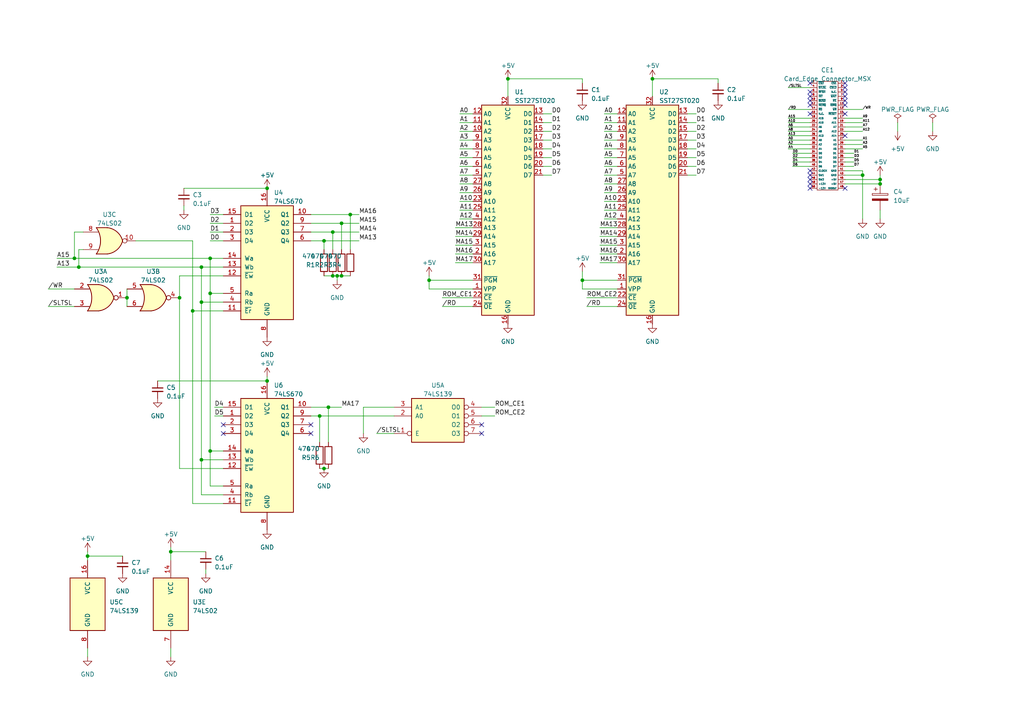
<source format=kicad_sch>
(kicad_sch (version 20230121) (generator eeschema)
  (paper "A4")
  (title_block (title "4M Mega Rom Card (KONAMI type)") (date "2023-03-28") (rev "1.1") (company "SEC") (comment 1 "Designed by supers02 착한영구"))
  (lib_symbols
    (symbol "74xx:74LS02" (pin_names (offset 1.016))
      (property "Reference" "U" (at 0 1.27 0))
      (property "Value" "74LS02" (at 0 -1.27 0))
      (symbol "74LS02_1_1"
        (arc (start -3.81 -3.81) (mid -2.589 0) (end -3.81 3.81) (stroke (width 0.254)))
        (arc (start -0.6096 -3.81) (mid 2.1842 -2.5851) (end 3.81 0) (stroke (width 0.254)) (fill (type background)))
        (polyline (pts (xy -3.81 -3.81) (xy -0.635 -3.81)) (stroke (width 0.254)) (fill (type background)))
        (polyline (pts (xy -3.81 3.81) (xy -0.635 3.81)) (stroke (width 0.254)) (fill (type background)))
        (polyline (pts (xy -0.635 3.81) (xy -3.81 3.81) (xy -3.81 3.81) (xy -3.556 3.4036) (xy -3.0226 2.2606) (xy -2.6924 1.0414) (xy -2.6162 -0.254) (xy -2.7686 -1.4986) (xy -3.175 -2.7178) (xy -3.81 -3.81) (xy -3.81 -3.81) (xy -0.635 -3.81)) (stroke (width -25.4)) (fill (type background)))
        (arc (start 3.81 0) (mid 2.1915 2.5936) (end -0.6096 3.81) (stroke (width 0.254)) (fill (type background)))
        (pin output inverted (at 7.62 0 180) (length 3.81) (name "~") (number "1"))
        (pin input line (at -7.62 2.54 0) (length 4.318) (name "~") (number "2"))
        (pin input line (at -7.62 -2.54 0) (length 4.318) (name "~") (number "3"))
      )
      (symbol "74LS02_1_2"
        (arc (start 0 -3.81) (mid 3.7934 0) (end 0 3.81) (stroke (width 0.254)) (fill (type background)))
        (polyline (pts (xy 0 3.81) (xy -3.81 3.81) (xy -3.81 -3.81) (xy 0 -3.81)) (stroke (width 0.254)) (fill (type background)))
        (pin output line (at 7.62 0 180) (length 3.81) (name "~") (number "1"))
        (pin input inverted (at -7.62 2.54 0) (length 3.81) (name "~") (number "2"))
        (pin input inverted (at -7.62 -2.54 0) (length 3.81) (name "~") (number "3"))
      )
      (symbol "74LS02_2_1"
        (arc (start -3.81 -3.81) (mid -2.589 0) (end -3.81 3.81) (stroke (width 0.254)))
        (arc (start -0.6096 -3.81) (mid 2.1842 -2.5851) (end 3.81 0) (stroke (width 0.254)) (fill (type background)))
        (polyline (pts (xy -3.81 -3.81) (xy -0.635 -3.81)) (stroke (width 0.254)) (fill (type background)))
        (polyline (pts (xy -3.81 3.81) (xy -0.635 3.81)) (stroke (width 0.254)) (fill (type background)))
        (polyline (pts (xy -0.635 3.81) (xy -3.81 3.81) (xy -3.81 3.81) (xy -3.556 3.4036) (xy -3.0226 2.2606) (xy -2.6924 1.0414) (xy -2.6162 -0.254) (xy -2.7686 -1.4986) (xy -3.175 -2.7178) (xy -3.81 -3.81) (xy -3.81 -3.81) (xy -0.635 -3.81)) (stroke (width -25.4)) (fill (type background)))
        (arc (start 3.81 0) (mid 2.1915 2.5936) (end -0.6096 3.81) (stroke (width 0.254)) (fill (type background)))
        (pin output inverted (at 7.62 0 180) (length 3.81) (name "~") (number "4"))
        (pin input line (at -7.62 2.54 0) (length 4.318) (name "~") (number "5"))
        (pin input line (at -7.62 -2.54 0) (length 4.318) (name "~") (number "6"))
      )
      (symbol "74LS02_2_2"
        (arc (start 0 -3.81) (mid 3.7934 0) (end 0 3.81) (stroke (width 0.254)) (fill (type background)))
        (polyline (pts (xy 0 3.81) (xy -3.81 3.81) (xy -3.81 -3.81) (xy 0 -3.81)) (stroke (width 0.254)) (fill (type background)))
        (pin output line (at 7.62 0 180) (length 3.81) (name "~") (number "4"))
        (pin input inverted (at -7.62 2.54 0) (length 3.81) (name "~") (number "5"))
        (pin input inverted (at -7.62 -2.54 0) (length 3.81) (name "~") (number "6"))
      )
      (symbol "74LS02_3_1"
        (arc (start -3.81 -3.81) (mid -2.589 0) (end -3.81 3.81) (stroke (width 0.254)))
        (arc (start -0.6096 -3.81) (mid 2.1842 -2.5851) (end 3.81 0) (stroke (width 0.254)) (fill (type background)))
        (polyline (pts (xy -3.81 -3.81) (xy -0.635 -3.81)) (stroke (width 0.254)) (fill (type background)))
        (polyline (pts (xy -3.81 3.81) (xy -0.635 3.81)) (stroke (width 0.254)) (fill (type background)))
        (polyline (pts (xy -0.635 3.81) (xy -3.81 3.81) (xy -3.81 3.81) (xy -3.556 3.4036) (xy -3.0226 2.2606) (xy -2.6924 1.0414) (xy -2.6162 -0.254) (xy -2.7686 -1.4986) (xy -3.175 -2.7178) (xy -3.81 -3.81) (xy -3.81 -3.81) (xy -0.635 -3.81)) (stroke (width -25.4)) (fill (type background)))
        (arc (start 3.81 0) (mid 2.1915 2.5936) (end -0.6096 3.81) (stroke (width 0.254)) (fill (type background)))
        (pin output inverted (at 7.62 0 180) (length 3.81) (name "~") (number "10"))
        (pin input line (at -7.62 2.54 0) (length 4.318) (name "~") (number "8"))
        (pin input line (at -7.62 -2.54 0) (length 4.318) (name "~") (number "9"))
      )
      (symbol "74LS02_3_2"
        (arc (start 0 -3.81) (mid 3.7934 0) (end 0 3.81) (stroke (width 0.254)) (fill (type background)))
        (polyline (pts (xy 0 3.81) (xy -3.81 3.81) (xy -3.81 -3.81) (xy 0 -3.81)) (stroke (width 0.254)) (fill (type background)))
        (pin output line (at 7.62 0 180) (length 3.81) (name "~") (number "10"))
        (pin input inverted (at -7.62 2.54 0) (length 3.81) (name "~") (number "8"))
        (pin input inverted (at -7.62 -2.54 0) (length 3.81) (name "~") (number "9"))
      )
      (symbol "74LS02_4_1"
        (arc (start -3.81 -3.81) (mid -2.589 0) (end -3.81 3.81) (stroke (width 0.254)))
        (arc (start -0.6096 -3.81) (mid 2.1842 -2.5851) (end 3.81 0) (stroke (width 0.254)) (fill (type background)))
        (polyline (pts (xy -3.81 -3.81) (xy -0.635 -3.81)) (stroke (width 0.254)) (fill (type background)))
        (polyline (pts (xy -3.81 3.81) (xy -0.635 3.81)) (stroke (width 0.254)) (fill (type background)))
        (polyline (pts (xy -0.635 3.81) (xy -3.81 3.81) (xy -3.81 3.81) (xy -3.556 3.4036) (xy -3.0226 2.2606) (xy -2.6924 1.0414) (xy -2.6162 -0.254) (xy -2.7686 -1.4986) (xy -3.175 -2.7178) (xy -3.81 -3.81) (xy -3.81 -3.81) (xy -0.635 -3.81)) (stroke (width -25.4)) (fill (type background)))
        (arc (start 3.81 0) (mid 2.1915 2.5936) (end -0.6096 3.81) (stroke (width 0.254)) (fill (type background)))
        (pin input line (at -7.62 2.54 0) (length 4.318) (name "~") (number "11"))
        (pin input line (at -7.62 -2.54 0) (length 4.318) (name "~") (number "12"))
        (pin output inverted (at 7.62 0 180) (length 3.81) (name "~") (number "13"))
      )
      (symbol "74LS02_4_2"
        (arc (start 0 -3.81) (mid 3.7934 0) (end 0 3.81) (stroke (width 0.254)) (fill (type background)))
        (polyline (pts (xy 0 3.81) (xy -3.81 3.81) (xy -3.81 -3.81) (xy 0 -3.81)) (stroke (width 0.254)) (fill (type background)))
        (pin input inverted (at -7.62 2.54 0) (length 3.81) (name "~") (number "11"))
        (pin input inverted (at -7.62 -2.54 0) (length 3.81) (name "~") (number "12"))
        (pin output line (at 7.62 0 180) (length 3.81) (name "~") (number "13"))
      )
      (symbol "74LS02_5_0"
        (pin power_in line (at 0 12.7 270) (length 5.08) (name "VCC") (number "14"))
        (pin power_in line (at 0 -12.7 90) (length 5.08) (name "GND") (number "7"))
      )
      (symbol "74LS02_5_1"
        (rectangle (start -5.08 7.62) (end 5.08 -7.62) (stroke (width 0.254)) (fill (type background)))
      )
    )
    (symbol "74xx:74LS139" (pin_names (offset 1.016))
      (property "Reference" "U" (at -7.62 8.89 0))
      (property "Value" "74LS139" (at -7.62 -8.89 0))
      (symbol "74LS139_1_0"
        (pin input inverted (at -12.7 -5.08 0) (length 5.08) (name "E") (number "1"))
        (pin input line (at -12.7 0 0) (length 5.08) (name "A0") (number "2"))
        (pin input line (at -12.7 2.54 0) (length 5.08) (name "A1") (number "3"))
        (pin output inverted (at 12.7 2.54 180) (length 5.08) (name "O0") (number "4"))
        (pin output inverted (at 12.7 0 180) (length 5.08) (name "O1") (number "5"))
        (pin output inverted (at 12.7 -2.54 180) (length 5.08) (name "O2") (number "6"))
        (pin output inverted (at 12.7 -5.08 180) (length 5.08) (name "O3") (number "7"))
      )
      (symbol "74LS139_1_1"
        (rectangle (start -7.62 5.08) (end 7.62 -7.62) (stroke (width 0.254)) (fill (type background)))
      )
      (symbol "74LS139_2_0"
        (pin output inverted (at 12.7 -2.54 180) (length 5.08) (name "O2") (number "10"))
        (pin output inverted (at 12.7 0 180) (length 5.08) (name "O1") (number "11"))
        (pin output inverted (at 12.7 2.54 180) (length 5.08) (name "O0") (number "12"))
        (pin input line (at -12.7 2.54 0) (length 5.08) (name "A1") (number "13"))
        (pin input line (at -12.7 0 0) (length 5.08) (name "A0") (number "14"))
        (pin input inverted (at -12.7 -5.08 0) (length 5.08) (name "E") (number "15"))
        (pin output inverted (at 12.7 -5.08 180) (length 5.08) (name "O3") (number "9"))
      )
      (symbol "74LS139_2_1"
        (rectangle (start -7.62 5.08) (end 7.62 -7.62) (stroke (width 0.254)) (fill (type background)))
      )
      (symbol "74LS139_3_0"
        (pin power_in line (at 0 12.7 270) (length 5.08) (name "VCC") (number "16"))
        (pin power_in line (at 0 -12.7 90) (length 5.08) (name "GND") (number "8"))
      )
      (symbol "74LS139_3_1"
        (rectangle (start -5.08 7.62) (end 5.08 -7.62) (stroke (width 0.254)) (fill (type background)))
      )
    )
    (symbol "74xx:74LS670" (pin_names (offset 1.016))
      (property "Reference" "U" (at -7.62 16.51 0))
      (property "Value" "74LS670" (at -7.62 -19.05 0))
      (symbol "74LS670_1_0"
        (pin input line (at -12.7 10.16 0) (length 5.08) (name "D2") (number "1"))
        (pin tri_state line (at 12.7 12.7 180) (length 5.08) (name "Q1") (number "10"))
        (pin input line (at -12.7 -15.24 0) (length 5.08) (name "~{Er}") (number "11"))
        (pin input line (at -12.7 -5.08 0) (length 5.08) (name "~{Ew}") (number "12"))
        (pin input line (at -12.7 -2.54 0) (length 5.08) (name "Wb") (number "13"))
        (pin input line (at -12.7 0 0) (length 5.08) (name "Wa") (number "14"))
        (pin input line (at -12.7 12.7 0) (length 5.08) (name "D1") (number "15"))
        (pin power_in line (at 0 20.32 270) (length 5.08) (name "VCC") (number "16"))
        (pin input line (at -12.7 7.62 0) (length 5.08) (name "D3") (number "2"))
        (pin input line (at -12.7 5.08 0) (length 5.08) (name "D4") (number "3"))
        (pin input line (at -12.7 -12.7 0) (length 5.08) (name "Rb") (number "4"))
        (pin input line (at -12.7 -10.16 0) (length 5.08) (name "Ra") (number "5"))
        (pin tri_state line (at 12.7 5.08 180) (length 5.08) (name "Q4") (number "6"))
        (pin tri_state line (at 12.7 7.62 180) (length 5.08) (name "Q3") (number "7"))
        (pin power_in line (at 0 -22.86 90) (length 5.08) (name "GND") (number "8"))
        (pin tri_state line (at 12.7 10.16 180) (length 5.08) (name "Q2") (number "9"))
      )
      (symbol "74LS670_1_1"
        (rectangle (start -7.62 15.24) (end 7.62 -17.78) (stroke (width 0.254)) (fill (type background)))
      )
    )
    (symbol "Device:C_Polarized" (pin_numbers hide) (pin_names (offset 0.254))
      (property "Reference" "C" (at 0.635 2.54 0))
      (property "Value" "C_Polarized" (at 0.635 -2.54 0))
      (symbol "C_Polarized_0_1"
        (rectangle (start -2.286 0.508) (end 2.286 1.016))
        (polyline (pts (xy -1.778 2.286) (xy -0.762 2.286)))
        (polyline (pts (xy -1.27 2.794) (xy -1.27 1.778)))
        (rectangle (start 2.286 -0.508) (end -2.286 -1.016) (fill (type outline)))
      )
      (symbol "C_Polarized_1_1"
        (pin passive line (at 0 3.81 270) (length 2.794) (name "~") (number "1"))
        (pin passive line (at 0 -3.81 90) (length 2.794) (name "~") (number "2"))
      )
    )
    (symbol "Device:C_Small" (pin_numbers hide) (pin_names (offset 0.254) hide)
      (property "Reference" "C" (at 0.254 1.778 0))
      (property "Value" "C_Small" (at 0.254 -2.032 0))
      (symbol "C_Small_0_1"
        (polyline (pts (xy -1.524 -0.508) (xy 1.524 -0.508)) (stroke (width 0.3302)))
        (polyline (pts (xy -1.524 0.508) (xy 1.524 0.508)) (stroke (width 0.3048)))
      )
      (symbol "C_Small_1_1"
        (pin passive line (at 0 2.54 270) (length 2.032) (name "~") (number "1"))
        (pin passive line (at 0 -2.54 90) (length 2.032) (name "~") (number "2"))
      )
    )
    (symbol "Device:R" (pin_numbers hide) (pin_names (offset 0))
      (property "Reference" "R" (at 2.032 0 90))
      (property "Value" "R" (at 0 0 90))
      (symbol "R_0_1"
        (rectangle (start -1.016 -2.54) (end 1.016 2.54) (stroke (width 0.254)))
      )
      (symbol "R_1_1"
        (pin passive line (at 0 3.81 270) (length 1.27) (name "~") (number "1"))
        (pin passive line (at 0 -3.81 90) (length 1.27) (name "~") (number "2"))
      )
    )
    (symbol "Memory_Flash_Custom:SST27ST020"
      (property "Reference" "U" (at -7.62 31.75 0))
      (property "Value" "SST27ST020" (at 2.54 -31.75 0))
      (symbol "SST27ST020_1_1"
        (rectangle (start -7.62 30.48) (end 7.62 -30.48) (stroke (width 0.254)) (fill (type background)))
        (pin input line (at -10.16 -22.86 0) (length 2.54) (name "VPP") (number "1"))
        (pin input line (at -10.16 22.86 0) (length 2.54) (name "A2") (number "10"))
        (pin input line (at -10.16 25.4 0) (length 2.54) (name "A1") (number "11"))
        (pin input line (at -10.16 27.94 0) (length 2.54) (name "A0") (number "12"))
        (pin tri_state line (at 10.16 27.94 180) (length 2.54) (name "D0") (number "13"))
        (pin tri_state line (at 10.16 25.4 180) (length 2.54) (name "D1") (number "14"))
        (pin tri_state line (at 10.16 22.86 180) (length 2.54) (name "D2") (number "15"))
        (pin power_in line (at 0 -33.02 90) (length 2.54) (name "GND") (number "16"))
        (pin tri_state line (at 10.16 20.32 180) (length 2.54) (name "D3") (number "17"))
        (pin tri_state line (at 10.16 17.78 180) (length 2.54) (name "D4") (number "18"))
        (pin tri_state line (at 10.16 15.24 180) (length 2.54) (name "D5") (number "19"))
        (pin input line (at -10.16 -12.7 0) (length 2.54) (name "A16") (number "2"))
        (pin tri_state line (at 10.16 12.7 180) (length 2.54) (name "D6") (number "20"))
        (pin tri_state line (at 10.16 10.16 180) (length 2.54) (name "D7") (number "21"))
        (pin input line (at -10.16 -25.4 0) (length 2.54) (name "~{CE}") (number "22"))
        (pin input line (at -10.16 2.54 0) (length 2.54) (name "A10") (number "23"))
        (pin input line (at -10.16 -27.94 0) (length 2.54) (name "~{OE}") (number "24"))
        (pin input line (at -10.16 0 0) (length 2.54) (name "A11") (number "25"))
        (pin input line (at -10.16 5.08 0) (length 2.54) (name "A9") (number "26"))
        (pin input line (at -10.16 7.62 0) (length 2.54) (name "A8") (number "27"))
        (pin input line (at -10.16 -5.08 0) (length 2.54) (name "A13") (number "28"))
        (pin input line (at -10.16 -7.62 0) (length 2.54) (name "A14") (number "29"))
        (pin input line (at -10.16 -10.16 0) (length 2.54) (name "A15") (number "3"))
        (pin input line (at -10.16 -15.24 0) (length 2.54) (name "A17") (number "30"))
        (pin input line (at -10.16 -20.32 0) (length 2.54) (name "~{PGM}") (number "31"))
        (pin power_in line (at 0 33.02 270) (length 2.54) (name "VCC") (number "32"))
        (pin input line (at -10.16 -2.54 0) (length 2.54) (name "A12") (number "4"))
        (pin input line (at -10.16 10.16 0) (length 2.54) (name "A7") (number "5"))
        (pin input line (at -10.16 12.7 0) (length 2.54) (name "A6") (number "6"))
        (pin input line (at -10.16 15.24 0) (length 2.54) (name "A5") (number "7"))
        (pin input line (at -10.16 17.78 0) (length 2.54) (name "A4") (number "8"))
        (pin input line (at -10.16 20.32 0) (length 2.54) (name "A3") (number "9"))
      )
    )
    (symbol "card_edge_connector_msx:Card_Edge_Connector_MSX" (pin_names (offset 0.381))
      (property "Reference" "CE" (at 0 20.32 0))
      (property "Value" "Card_Edge_Connector_MSX" (at 0 -15.24 0))
      (symbol "Card_Edge_Connector_MSX_0_1"
        (rectangle (start -3.048 -13.208) (end 3.048 18.288))
      )
      (symbol "Card_Edge_Connector_MSX_1_1"
        (pin unspecified line (at 5.08 17.78 180) (length 2.0066) (name "~{CS1}") (number "1"))
        (pin unspecified line (at -5.08 12.7 0) (length 2.0066) (name "~{BUSD}") (number "10"))
        (pin input line (at 5.08 11.43 180) (length 2.0066) (name "~{IORQ}") (number "11"))
        (pin unspecified line (at -5.08 11.43 0) (length 2.0066) (name "~{MERQ}") (number "12"))
        (pin output line (at 5.08 10.16 180) (length 2.0066) (name "~{WR}") (number "13"))
        (pin output line (at -5.08 10.16 0) (length 2.0066) (name "~{RD}") (number "14"))
        (pin input line (at 5.08 8.89 180) (length 2.0066) (name "~{RESET}") (number "15"))
        (pin unspecified line (at -5.08 8.89 0) (length 2.0066) (name "N.C.") (number "16"))
        (pin output line (at 5.08 7.62 180) (length 2.0066) (name "A9") (number "17"))
        (pin output line (at -5.08 7.62 0) (length 2.0066) (name "A15") (number "18"))
        (pin output line (at 5.08 6.35 180) (length 2.0066) (name "A11") (number "19"))
        (pin unspecified line (at -5.08 17.78 0) (length 2.0066) (name "~{CS2}") (number "2"))
        (pin output line (at -5.08 6.35 0) (length 2.0066) (name "A10") (number "20"))
        (pin output line (at 5.08 5.08 180) (length 2.0066) (name "A7") (number "21"))
        (pin output line (at -5.08 5.08 0) (length 2.0066) (name "A6") (number "22"))
        (pin output line (at 5.08 3.81 180) (length 2.0066) (name "A12") (number "23"))
        (pin output line (at -5.08 3.81 0) (length 2.0066) (name "A8") (number "24"))
        (pin output line (at 5.08 2.54 180) (length 2.0066) (name "A14") (number "25"))
        (pin output line (at -5.08 2.54 0) (length 2.0066) (name "A13") (number "26"))
        (pin output line (at 5.08 1.27 180) (length 2.0066) (name "A1") (number "27"))
        (pin output line (at -5.08 1.27 0) (length 2.0066) (name "A0") (number "28"))
        (pin output line (at 5.08 0 180) (length 2.0066) (name "A3") (number "29"))
        (pin unspecified line (at 5.08 16.51 180) (length 2.0066) (name "~{CS12}") (number "3"))
        (pin output line (at -5.08 0 0) (length 2.0066) (name "A2") (number "30"))
        (pin output line (at 5.08 -1.27 180) (length 2.0066) (name "A5") (number "31"))
        (pin output line (at -5.08 -1.27 0) (length 2.0066) (name "A4") (number "32"))
        (pin bidirectional line (at 5.08 -2.54 180) (length 2.0066) (name "D1") (number "33"))
        (pin bidirectional line (at -5.08 -2.54 0) (length 2.0066) (name "D0") (number "34"))
        (pin bidirectional line (at 5.08 -3.81 180) (length 2.0066) (name "D3") (number "35"))
        (pin bidirectional line (at -5.08 -3.81 0) (length 2.0066) (name "D2") (number "36"))
        (pin bidirectional line (at 5.08 -5.08 180) (length 2.0066) (name "D5") (number "37"))
        (pin bidirectional line (at -5.08 -5.08 0) (length 2.0066) (name "D4") (number "38"))
        (pin bidirectional line (at 5.08 -6.35 180) (length 2.0066) (name "D7") (number "39"))
        (pin output line (at -5.08 16.51 0) (length 2.0066) (name "~{STLSL}") (number "4"))
        (pin bidirectional line (at -5.08 -6.35 0) (length 2.0066) (name "D6") (number "40"))
        (pin power_in line (at 5.08 -7.62 180) (length 2.0066) (name "GND") (number "41"))
        (pin unspecified line (at -5.08 -7.62 0) (length 2.0066) (name "CLOCK") (number "42"))
        (pin power_in line (at 5.08 -8.89 180) (length 2.0066) (name "GND") (number "43"))
        (pin unspecified line (at -5.08 -8.89 0) (length 2.0066) (name "SW1") (number "44"))
        (pin power_in line (at 5.08 -10.16 180) (length 2.0066) (name "+5V") (number "45"))
        (pin unspecified line (at -5.08 -10.16 0) (length 2.0066) (name "SW2") (number "46"))
        (pin power_in line (at 5.08 -11.43 180) (length 2.0066) (name "+5V") (number "47"))
        (pin unspecified line (at -5.08 -11.43 0) (length 2.0066) (name "+12V") (number "48"))
        (pin unspecified line (at 5.08 -12.7 180) (length 2.0066) (name "SNDOUT") (number "49"))
        (pin unspecified line (at 5.08 15.24 180) (length 2.0066) (name "N.C.") (number "5"))
        (pin unspecified line (at -5.08 -12.7 0) (length 2.0066) (name "-12V") (number "50"))
        (pin unspecified line (at -5.08 15.24 0) (length 2.0066) (name "~{RFSH}") (number "6"))
        (pin unspecified line (at 5.08 13.97 180) (length 2.0066) (name "~{WAIT}") (number "7"))
        (pin input line (at -5.08 13.97 0) (length 2.0066) (name "~{INT}") (number "8"))
        (pin unspecified line (at 5.08 12.7 180) (length 2.0066) (name "~{M1}") (number "9"))
      )
    )
    (symbol "power:+5V" (power) (pin_names (offset 0))
      (property "Value" "+5V" (at 0 3.556 0))
      (symbol "+5V_0_1"
        (polyline (pts (xy -0.762 1.27) (xy 0 2.54)))
        (polyline (pts (xy 0 0) (xy 0 2.54)))
        (polyline (pts (xy 0 2.54) (xy 0.762 1.27)))
      )
      (symbol "+5V_1_1"
        (pin power_in line (at 0 0 90) (length 0) hide (name "+5V") (number "1"))
      )
    )
    (symbol "power:GND" (power) (pin_names (offset 0))
      (property "Value" "GND" (at 0 -3.81 0))
      (symbol "GND_0_1"
        (polyline (pts (xy 0 0) (xy 0 -1.27) (xy 1.27 -1.27) (xy 0 -2.54) (xy -1.27 -1.27) (xy 0 -1.27)))
      )
      (symbol "GND_1_1"
        (pin power_in line (at 0 0 270) (length 0) hide (name "GND") (number "1"))
      )
    )
    (symbol "power:PWR_FLAG" (power) (pin_numbers hide) (pin_names (offset 0) hide)
      (property "Value" "PWR_FLAG" (at 0 3.81 0))
      (symbol "PWR_FLAG_0_0"
        (pin power_out line (at 0 0 90) (length 0) (name "pwr") (number "1"))
      )
      (symbol "PWR_FLAG_0_1"
        (polyline (pts (xy 0 0) (xy 0 1.27) (xy -1.016 1.905) (xy 0 2.54) (xy 1.016 1.905) (xy 0 1.27)))
      )
    )
  )
  (junction (at 55.88 90.17))
  (junction (at 168.91 81.28))
  (junction (at 189.23 22.86))
  (junction (at 255.27 52.07))
  (junction (at 77.47 54.61))
  (junction (at 21.59 74.93))
  (junction (at 58.42 133.35))
  (junction (at 22.86 77.47))
  (junction (at 58.42 87.63))
  (junction (at 124.46 81.28))
  (junction (at 97.79 80.01))
  (junction (at 58.42 77.47))
  (junction (at 147.32 22.86))
  (junction (at 60.96 130.81))
  (junction (at 60.96 74.93))
  (junction (at 96.52 80.01))
  (junction (at 52.07 86.36))
  (junction (at 250.19 50.8))
  (junction (at 255.27 53.34))
  (junction (at 25.4 161.29))
  (junction (at 93.98 135.89))
  (junction (at 77.47 110.49))
  (junction (at 60.96 85.09))
  (junction (at 101.6 62.23))
  (junction (at 92.71 120.65))
  (junction (at 93.98 69.85))
  (junction (at 96.52 67.31))
  (junction (at 95.25 118.11))
  (junction (at 49.53 160.02))
  (junction (at 99.06 80.01))
  (junction (at 36.83 86.36))
  (junction (at 99.06 64.77))
  (no_connect (at 234.95 53.34))
  (no_connect (at 234.95 50.8))
  (no_connect (at 245.11 30.48))
  (no_connect (at 234.95 52.07))
  (no_connect (at 245.11 39.37))
  (no_connect (at 234.95 24.13))
  (no_connect (at 90.17 125.73))
  (no_connect (at 234.95 54.61))
  (no_connect (at 245.11 33.02))
  (no_connect (at 234.95 27.94))
  (no_connect (at 64.77 125.73))
  (no_connect (at 234.95 26.67))
  (no_connect (at 245.11 24.13))
  (no_connect (at 234.95 33.02))
  (no_connect (at 245.11 27.94))
  (no_connect (at 245.11 29.21))
  (no_connect (at 139.7 123.19))
  (no_connect (at 90.17 123.19))
  (no_connect (at 64.77 123.19))
  (no_connect (at 234.95 49.53))
  (no_connect (at 245.11 25.4))
  (no_connect (at 234.95 29.21))
  (no_connect (at 245.11 54.61))
  (no_connect (at 234.95 30.48))
  (no_connect (at 245.11 26.67))
  (no_connect (at 139.7 125.73))
  (wire (pts (xy 160.02 40.64) (xy 157.48 40.64)))
  (wire (pts (xy 139.7 120.65) (xy 143.51 120.65)))
  (wire (pts (xy 157.48 50.8) (xy 160.02 50.8)))
  (wire (pts (xy 49.53 160.02) (xy 49.53 162.56)))
  (wire (pts (xy 21.59 67.31) (xy 21.59 74.93)))
  (wire (pts (xy 58.42 143.51) (xy 58.42 133.35)))
  (wire (pts (xy 60.96 130.81) (xy 60.96 140.97)))
  (wire (pts (xy 175.26 58.42) (xy 179.07 58.42)))
  (wire (pts (xy 157.48 38.1) (xy 160.02 38.1)))
  (wire (pts (xy 173.99 66.04) (xy 179.07 66.04)))
  (wire (pts (xy 101.6 62.23) (xy 101.6 72.39)))
  (wire (pts (xy 250.19 43.18) (xy 245.11 43.18)))
  (wire (pts (xy 170.18 88.9) (xy 179.07 88.9)))
  (wire (pts (xy 228.6 35.56) (xy 234.95 35.56)))
  (wire (pts (xy 250.19 31.75) (xy 245.11 31.75)))
  (wire (pts (xy 133.35 63.5) (xy 137.16 63.5)))
  (wire (pts (xy 157.48 43.18) (xy 160.02 43.18)))
  (wire (pts (xy 64.77 143.51) (xy 58.42 143.51)))
  (wire (pts (xy 60.96 85.09) (xy 64.77 85.09)))
  (wire (pts (xy 93.98 80.01) (xy 96.52 80.01)))
  (wire (pts (xy 245.11 45.72) (xy 247.65 45.72)))
  (wire (pts (xy 245.11 44.45) (xy 247.65 44.45)))
  (wire (pts (xy 25.4 161.29) (xy 25.4 162.56)))
  (wire (pts (xy 245.11 53.34) (xy 255.27 53.34)))
  (wire (pts (xy 124.46 81.28) (xy 137.16 81.28)))
  (wire (pts (xy 175.26 35.56) (xy 179.07 35.56)))
  (wire (pts (xy 97.79 80.01) (xy 99.06 80.01)))
  (wire (pts (xy 255.27 60.96) (xy 255.27 63.5)))
  (wire (pts (xy 245.11 52.07) (xy 255.27 52.07)))
  (wire (pts (xy 53.34 54.61) (xy 77.47 54.61)))
  (wire (pts (xy 228.6 36.83) (xy 234.95 36.83)))
  (wire (pts (xy 175.26 53.34) (xy 179.07 53.34)))
  (wire (pts (xy 175.26 50.8) (xy 179.07 50.8)))
  (wire (pts (xy 168.91 81.28) (xy 179.07 81.28)))
  (wire (pts (xy 52.07 80.01) (xy 52.07 86.36)))
  (wire (pts (xy 133.35 53.34) (xy 137.16 53.34)))
  (wire (pts (xy 173.99 76.2) (xy 179.07 76.2)))
  (wire (pts (xy 39.37 69.85) (xy 55.88 69.85)))
  (wire (pts (xy 168.91 24.13) (xy 168.91 22.86)))
  (wire (pts (xy 16.51 74.93) (xy 21.59 74.93)))
  (wire (pts (xy 64.77 74.93) (xy 60.96 74.93)))
  (wire (pts (xy 133.35 55.88) (xy 137.16 55.88)))
  (wire (pts (xy 228.6 43.18) (xy 234.95 43.18)))
  (wire (pts (xy 228.6 40.64) (xy 234.95 40.64)))
  (wire (pts (xy 255.27 53.34) (xy 255.27 52.07)))
  (wire (pts (xy 133.35 48.26) (xy 137.16 48.26)))
  (wire (pts (xy 124.46 83.82) (xy 124.46 81.28)))
  (wire (pts (xy 62.23 120.65) (xy 64.77 120.65)))
  (wire (pts (xy 60.96 62.23) (xy 64.77 62.23)))
  (wire (pts (xy 58.42 87.63) (xy 58.42 133.35)))
  (wire (pts (xy 92.71 120.65) (xy 92.71 128.27)))
  (wire (pts (xy 59.69 165.1) (xy 59.69 166.37)))
  (wire (pts (xy 60.96 67.31) (xy 64.77 67.31)))
  (wire (pts (xy 175.26 55.88) (xy 179.07 55.88)))
  (wire (pts (xy 25.4 187.96) (xy 25.4 190.5)))
  (wire (pts (xy 173.99 71.12) (xy 179.07 71.12)))
  (wire (pts (xy 21.59 67.31) (xy 24.13 67.31)))
  (wire (pts (xy 133.35 33.02) (xy 137.16 33.02)))
  (wire (pts (xy 245.11 50.8) (xy 250.19 50.8)))
  (wire (pts (xy 36.83 86.36) (xy 36.83 88.9)))
  (wire (pts (xy 199.39 38.1) (xy 201.93 38.1)))
  (wire (pts (xy 228.6 34.29) (xy 234.95 34.29)))
  (wire (pts (xy 175.26 63.5) (xy 179.07 63.5)))
  (wire (pts (xy 99.06 80.01) (xy 101.6 80.01)))
  (wire (pts (xy 228.6 25.4) (xy 234.95 25.4)))
  (wire (pts (xy 137.16 83.82) (xy 124.46 83.82)))
  (wire (pts (xy 60.96 85.09) (xy 60.96 130.81)))
  (wire (pts (xy 229.87 46.99) (xy 234.95 46.99)))
  (wire (pts (xy 157.48 45.72) (xy 160.02 45.72)))
  (wire (pts (xy 96.52 67.31) (xy 104.14 67.31)))
  (wire (pts (xy 60.96 64.77) (xy 64.77 64.77)))
  (wire (pts (xy 199.39 35.56) (xy 201.93 35.56)))
  (wire (pts (xy 250.19 49.53) (xy 250.19 50.8)))
  (wire (pts (xy 97.79 80.01) (xy 97.79 81.28)))
  (wire (pts (xy 133.35 50.8) (xy 137.16 50.8)))
  (wire (pts (xy 133.35 45.72) (xy 137.16 45.72)))
  (wire (pts (xy 189.23 22.86) (xy 208.28 22.86)))
  (wire (pts (xy 132.08 71.12) (xy 137.16 71.12)))
  (wire (pts (xy 270.51 35.56) (xy 270.51 38.1)))
  (wire (pts (xy 228.6 41.91) (xy 234.95 41.91)))
  (wire (pts (xy 90.17 64.77) (xy 99.06 64.77)))
  (wire (pts (xy 168.91 83.82) (xy 168.91 81.28)))
  (wire (pts (xy 60.96 74.93) (xy 60.96 85.09)))
  (wire (pts (xy 53.34 59.69) (xy 53.34 60.96)))
  (wire (pts (xy 175.26 43.18) (xy 179.07 43.18)))
  (wire (pts (xy 58.42 77.47) (xy 58.42 87.63)))
  (wire (pts (xy 173.99 68.58) (xy 179.07 68.58)))
  (wire (pts (xy 93.98 69.85) (xy 104.14 69.85)))
  (wire (pts (xy 133.35 35.56) (xy 137.16 35.56)))
  (wire (pts (xy 49.53 158.75) (xy 49.53 160.02)))
  (wire (pts (xy 22.86 72.39) (xy 24.13 72.39)))
  (wire (pts (xy 99.06 64.77) (xy 104.14 64.77)))
  (wire (pts (xy 229.87 48.26) (xy 234.95 48.26)))
  (wire (pts (xy 77.47 110.49) (xy 77.47 109.22)))
  (wire (pts (xy 45.72 110.49) (xy 77.47 110.49)))
  (wire (pts (xy 228.6 39.37) (xy 234.95 39.37)))
  (wire (pts (xy 93.98 69.85) (xy 93.98 72.39)))
  (wire (pts (xy 132.08 76.2) (xy 137.16 76.2)))
  (wire (pts (xy 90.17 69.85) (xy 93.98 69.85)))
  (wire (pts (xy 90.17 62.23) (xy 101.6 62.23)))
  (wire (pts (xy 175.26 48.26) (xy 179.07 48.26)))
  (wire (pts (xy 62.23 118.11) (xy 64.77 118.11)))
  (wire (pts (xy 147.32 22.86) (xy 147.32 27.94)))
  (wire (pts (xy 90.17 120.65) (xy 92.71 120.65)))
  (wire (pts (xy 168.91 78.74) (xy 168.91 81.28)))
  (wire (pts (xy 99.06 64.77) (xy 99.06 72.39)))
  (wire (pts (xy 245.11 40.64) (xy 250.19 40.64)))
  (wire (pts (xy 101.6 62.23) (xy 104.14 62.23)))
  (wire (pts (xy 147.32 22.86) (xy 168.91 22.86)))
  (wire (pts (xy 199.39 43.18) (xy 201.93 43.18)))
  (wire (pts (xy 175.26 38.1) (xy 179.07 38.1)))
  (wire (pts (xy 255.27 52.07) (xy 255.27 50.8)))
  (wire (pts (xy 157.48 35.56) (xy 160.02 35.56)))
  (wire (pts (xy 133.35 60.96) (xy 137.16 60.96)))
  (wire (pts (xy 175.26 40.64) (xy 179.07 40.64)))
  (wire (pts (xy 245.11 46.99) (xy 247.65 46.99)))
  (wire (pts (xy 55.88 69.85) (xy 55.88 90.17)))
  (wire (pts (xy 114.3 118.11) (xy 105.41 118.11)))
  (wire (pts (xy 128.27 88.9) (xy 137.16 88.9)))
  (wire (pts (xy 208.28 24.13) (xy 208.28 22.86)))
  (wire (pts (xy 36.83 83.82) (xy 36.83 86.36)))
  (wire (pts (xy 250.19 35.56) (xy 245.11 35.56)))
  (wire (pts (xy 52.07 86.36) (xy 52.07 135.89)))
  (wire (pts (xy 25.4 161.29) (xy 35.56 161.29)))
  (wire (pts (xy 55.88 90.17) (xy 55.88 146.05)))
  (wire (pts (xy 139.7 118.11) (xy 143.51 118.11)))
  (wire (pts (xy 199.39 50.8) (xy 201.93 50.8)))
  (wire (pts (xy 64.77 130.81) (xy 60.96 130.81)))
  (wire (pts (xy 96.52 67.31) (xy 96.52 72.39)))
  (wire (pts (xy 49.53 187.96) (xy 49.53 190.5)))
  (wire (pts (xy 132.08 73.66) (xy 137.16 73.66)))
  (wire (pts (xy 133.35 58.42) (xy 137.16 58.42)))
  (wire (pts (xy 22.86 72.39) (xy 22.86 77.47)))
  (wire (pts (xy 52.07 135.89) (xy 64.77 135.89)))
  (wire (pts (xy 228.6 31.75) (xy 234.95 31.75)))
  (wire (pts (xy 189.23 22.86) (xy 189.23 27.94)))
  (wire (pts (xy 133.35 40.64) (xy 137.16 40.64)))
  (wire (pts (xy 133.35 43.18) (xy 137.16 43.18)))
  (wire (pts (xy 250.19 36.83) (xy 245.11 36.83)))
  (wire (pts (xy 92.71 135.89) (xy 93.98 135.89)))
  (wire (pts (xy 60.96 69.85) (xy 64.77 69.85)))
  (wire (pts (xy 13.97 88.9) (xy 21.59 88.9)))
  (wire (pts (xy 245.11 48.26) (xy 247.65 48.26)))
  (wire (pts (xy 90.17 67.31) (xy 96.52 67.31)))
  (wire (pts (xy 60.96 140.97) (xy 64.77 140.97)))
  (wire (pts (xy 95.25 118.11) (xy 90.17 118.11)))
  (wire (pts (xy 58.42 133.35) (xy 64.77 133.35)))
  (wire (pts (xy 199.39 45.72) (xy 201.93 45.72)))
  (wire (pts (xy 124.46 80.01) (xy 124.46 81.28)))
  (wire (pts (xy 132.08 66.04) (xy 137.16 66.04)))
  (wire (pts (xy 260.35 35.56) (xy 260.35 38.1)))
  (wire (pts (xy 199.39 48.26) (xy 201.93 48.26)))
  (wire (pts (xy 250.19 34.29) (xy 245.11 34.29)))
  (wire (pts (xy 228.6 38.1) (xy 234.95 38.1)))
  (wire (pts (xy 201.93 40.64) (xy 199.39 40.64)))
  (wire (pts (xy 55.88 146.05) (xy 64.77 146.05)))
  (wire (pts (xy 22.86 77.47) (xy 58.42 77.47)))
  (wire (pts (xy 95.25 118.11) (xy 95.25 128.27)))
  (wire (pts (xy 96.52 80.01) (xy 97.79 80.01)))
  (wire (pts (xy 128.27 86.36) (xy 137.16 86.36)))
  (wire (pts (xy 99.06 118.11) (xy 95.25 118.11)))
  (wire (pts (xy 21.59 74.93) (xy 60.96 74.93)))
  (wire (pts (xy 201.93 33.02) (xy 199.39 33.02)))
  (wire (pts (xy 175.26 60.96) (xy 179.07 60.96)))
  (wire (pts (xy 132.08 68.58) (xy 137.16 68.58)))
  (wire (pts (xy 133.35 38.1) (xy 137.16 38.1)))
  (wire (pts (xy 49.53 160.02) (xy 59.69 160.02)))
  (wire (pts (xy 179.07 83.82) (xy 168.91 83.82)))
  (wire (pts (xy 160.02 33.02) (xy 157.48 33.02)))
  (wire (pts (xy 13.97 83.82) (xy 21.59 83.82)))
  (wire (pts (xy 93.98 135.89) (xy 95.25 135.89)))
  (wire (pts (xy 109.22 125.73) (xy 114.3 125.73)))
  (wire (pts (xy 25.4 160.02) (xy 25.4 161.29)))
  (wire (pts (xy 229.87 45.72) (xy 234.95 45.72)))
  (wire (pts (xy 245.11 49.53) (xy 250.19 49.53)))
  (wire (pts (xy 250.19 38.1) (xy 245.11 38.1)))
  (wire (pts (xy 173.99 73.66) (xy 179.07 73.66)))
  (wire (pts (xy 175.26 45.72) (xy 179.07 45.72)))
  (wire (pts (xy 55.88 90.17) (xy 64.77 90.17)))
  (wire (pts (xy 58.42 77.47) (xy 64.77 77.47)))
  (wire (pts (xy 229.87 44.45) (xy 234.95 44.45)))
  (wire (pts (xy 250.19 50.8) (xy 250.19 63.5)))
  (wire (pts (xy 105.41 118.11) (xy 105.41 125.73)))
  (wire (pts (xy 58.42 87.63) (xy 64.77 87.63)))
  (wire (pts (xy 250.19 41.91) (xy 245.11 41.91)))
  (wire (pts (xy 160.02 48.26) (xy 157.48 48.26)))
  (wire (pts (xy 16.51 77.47) (xy 22.86 77.47)))
  (wire (pts (xy 52.07 80.01) (xy 64.77 80.01)))
  (wire (pts (xy 170.18 86.36) (xy 179.07 86.36)))
  (wire (pts (xy 175.26 33.02) (xy 179.07 33.02)))
  (wire (pts (xy 92.71 120.65) (xy 114.3 120.65)))
  (label "D7" (at 160.02 50.8 0))
  (label "D1" (at 60.96 67.31 0))
  (label "ROM_CE1" (at 128.27 86.36 0))
  (label "A6" (at 133.35 48.26 0))
  (label "A12" (at 133.35 63.5 0))
  (label "D1" (at 247.65 44.45 0) (effects (font (size 0.7 0.7))))
  (label "A12" (at 175.26 63.5 0))
  (label "A11" (at 175.26 60.96 0))
  (label "D1" (at 160.02 35.56 0))
  (label "A15" (at 16.51 74.93 0))
  (label "D1" (at 201.93 35.56 0))
  (label "A15" (at 228.6 34.29 0) (effects (font (size 0.7 0.7))))
  (label "D5" (at 160.02 45.72 0))
  (label "MA16" (at 104.14 62.23 0))
  (label "A3" (at 133.35 40.64 0))
  (label "{slash}WR" (at 13.97 83.82 0))
  (label "MA13" (at 173.99 66.04 0))
  (label "A4" (at 228.6 43.18 0) (effects (font (size 0.7 0.7))))
  (label "A3" (at 250.19 41.91 0) (effects (font (size 0.7 0.7))))
  (label "{slash}WR" (at 250.19 31.75 0) (effects (font (size 0.7 0.7))))
  (label "D4" (at 62.23 118.11 0))
  (label "A5" (at 175.26 45.72 0))
  (label "MA13" (at 104.14 69.85 0))
  (label "A0" (at 228.6 40.64 0) (effects (font (size 0.7 0.7))))
  (label "A5" (at 250.19 43.18 0) (effects (font (size 0.7 0.7))))
  (label "A10" (at 133.35 58.42 0))
  (label "MA17" (at 173.99 76.2 0))
  (label "ROM_CE2" (at 143.51 120.65 0))
  (label "D5" (at 247.65 46.99 0) (effects (font (size 0.7 0.7))))
  (label "D0" (at 201.93 33.02 0))
  (label "A7" (at 133.35 50.8 0))
  (label "A4" (at 133.35 43.18 0))
  (label "MA15" (at 173.99 71.12 0))
  (label "D2" (at 229.87 45.72 0) (effects (font (size 0.7 0.7))))
  (label "A5" (at 133.35 45.72 0))
  (label "A0" (at 133.35 33.02 0))
  (label "D2" (at 160.02 38.1 0))
  (label "A9" (at 175.26 55.88 0))
  (label "A13" (at 16.51 77.47 0))
  (label "A8" (at 228.6 38.1 0) (effects (font (size 0.7 0.7))))
  (label "A3" (at 175.26 40.64 0))
  (label "D2" (at 60.96 64.77 0))
  (label "A12" (at 250.19 38.1 0) (effects (font (size 0.7 0.7))))
  (label "A7" (at 250.19 36.83 0) (effects (font (size 0.7 0.7))))
  (label "A2" (at 133.35 38.1 0))
  (label "D0" (at 60.96 69.85 0))
  (label "A1" (at 175.26 35.56 0))
  (label "A6" (at 228.6 36.83 0) (effects (font (size 0.7 0.7))))
  (label "MA17" (at 132.08 76.2 0))
  (label "{slash}RD" (at 228.6 31.75 0) (effects (font (size 0.7 0.7))))
  (label "A8" (at 175.26 53.34 0))
  (label "D7" (at 247.65 48.26 0) (effects (font (size 0.7 0.7))))
  (label "A8" (at 133.35 53.34 0))
  (label "D6" (at 229.87 48.26 0) (effects (font (size 0.7 0.7))))
  (label "D3" (at 201.93 40.64 0))
  (label "A0" (at 175.26 33.02 0))
  (label "A10" (at 228.6 35.56 0) (effects (font (size 0.7 0.7))))
  (label "A13" (at 228.6 39.37 0) (effects (font (size 0.7 0.7))))
  (label "A1" (at 250.19 40.64 0) (effects (font (size 0.7 0.7))))
  (label "D6" (at 201.93 48.26 0))
  (label "MA15" (at 104.14 64.77 0))
  (label "D0" (at 229.87 44.45 0) (effects (font (size 0.7 0.7))))
  (label "A11" (at 133.35 60.96 0))
  (label "MA13" (at 132.08 66.04 0))
  (label "{slash}SLTSL" (at 13.97 88.9 0))
  (label "MA14" (at 173.99 68.58 0))
  (label "{slash}RD" (at 128.27 88.9 0))
  (label "MA16" (at 132.08 73.66 0))
  (label "D3" (at 160.02 40.64 0))
  (label "D4" (at 201.93 43.18 0))
  (label "D3" (at 60.96 62.23 0))
  (label "ROM_CE2" (at 170.18 86.36 0))
  (label "A9" (at 133.35 55.88 0))
  (label "D6" (at 160.02 48.26 0))
  (label "MA16" (at 173.99 73.66 0))
  (label "D0" (at 160.02 33.02 0))
  (label "A2" (at 228.6 41.91 0) (effects (font (size 0.7 0.7))))
  (label "D7" (at 201.93 50.8 0))
  (label "D3" (at 247.65 45.72 0) (effects (font (size 0.7 0.7))))
  (label "A10" (at 175.26 58.42 0))
  (label "D4" (at 160.02 43.18 0))
  (label "A6" (at 175.26 48.26 0))
  (label "{slash}SLTSL" (at 109.22 125.73 0))
  (label "MA14" (at 132.08 68.58 0))
  (label "D2" (at 201.93 38.1 0))
  (label "A11" (at 250.19 35.56 0) (effects (font (size 0.7 0.7))))
  (label "D5" (at 62.23 120.65 0))
  (label "A7" (at 175.26 50.8 0))
  (label "MA17" (at 99.06 118.11 0))
  (label "A2" (at 175.26 38.1 0))
  (label "MA15" (at 132.08 71.12 0))
  (label "{slash}SLTSL" (at 228.6 25.4 0) (effects (font (size 0.7 0.7))))
  (label "MA14" (at 104.14 67.31 0))
  (label "ROM_CE1" (at 143.51 118.11 0))
  (label "D5" (at 201.93 45.72 0))
  (label "{slash}RD" (at 170.18 88.9 0))
  (label "A4" (at 175.26 43.18 0))
  (label "A9" (at 250.19 34.29 0) (effects (font (size 0.7 0.7))))
  (label "D4" (at 229.87 46.99 0) (effects (font (size 0.7 0.7))))
  (label "A1" (at 133.35 35.56 0))
  (symbol (lib_id "power:GND") (at 270.51 38.1 0) (unit 1)
    (property "Reference" "#PWR06" (effects hide))
    (property "Value" "GND" (at 270.51 43.18 0))
  )
  (symbol (lib_id "74xx:74LS670") (at 77.47 130.81 0) (unit 1)
    (property "Reference" "U6" (at 79.4259 111.76 0) (effects (justify left)))
    (property "Value" "74LS670" (at 79.4259 114.3 0) (effects (justify left)))
    (property "Footprint" "Package_DIP:DIP-16_W7.62mm_Socket" (effects hide))
    (property "Datasheet" "http://www.ti.com/lit/gpn/sn74LS670" (effects hide))
  )
  (symbol (lib_id "card_edge_connector_msx:Card_Edge_Connector_MSX") (at 240.03 41.91 0) (unit 1)
    (property "Reference" "CE1" (at 240.03 20.32 0))
    (property "Value" "Card_Edge_Connector_MSX" (at 240.03 22.86 0))
    (property "Footprint" "Lib_add:card_edge_connector_MSX" (effects hide))
  )
  (symbol (lib_id "power:GND") (at 77.47 97.79 0) (unit 1)
    (property "Reference" "#PWR017" (effects hide))
    (property "Value" "GND" (at 77.47 102.87 0))
  )
  (symbol (lib_id "power:GND") (at 250.19 63.5 0) (unit 1)
    (property "Reference" "#PWR010" (effects hide))
    (property "Value" "GND" (at 250.19 68.58 0))
  )
  (symbol (lib_id "power:GND") (at 59.69 166.37 0) (unit 1)
    (property "Reference" "#PWR026" (effects hide))
    (property "Value" "GND" (at 59.69 171.45 0))
  )
  (symbol (lib_id "power:+5V") (at 147.32 22.86 0) (unit 1)
    (property "Reference" "#PWR01" (effects hide))
    (property "Value" "+5V" (at 147.32 19.05 0))
  )
  (symbol (lib_id "power:+5V") (at 168.91 78.74 0) (unit 1)
    (property "Reference" "#PWR012" (effects hide))
    (property "Value" "+5V" (at 168.91 74.93 0))
  )
  (symbol (lib_id "power:PWR_FLAG") (at 260.35 35.56 0) (unit 1)
    (property "Reference" "#FLG01" (effects hide))
    (property "Value" "PWR_FLAG" (at 260.35 31.75 0))
  )
  (symbol (lib_id "power:GND") (at 147.32 93.98 0) (unit 1)
    (property "Reference" "#PWR015" (effects hide))
    (property "Value" "GND" (at 147.32 99.06 0))
  )
  (symbol (lib_id "Device:C_Small") (at 168.91 26.67 0) (unit 1)
    (property "Reference" "C1" (at 171.45 26.0413 0) (effects (justify left)))
    (property "Value" "0.1uF" (at 171.45 28.5813 0) (effects (justify left)))
    (property "Footprint" "Capacitor_THT:C_Disc_D6.0mm_W2.5mm_P5.00mm" (effects hide))
    (property "Sim.Device" "C" (effects hide))
    (property "Sim.Pins" "1=+ 2=-" (effects hide))
  )
  (symbol (lib_id "power:+5V") (at 255.27 50.8 0) (unit 1)
    (property "Reference" "#PWR07" (effects hide))
    (property "Value" "+5V" (at 255.27 46.99 0))
  )
  (symbol (lib_id "power:+5V") (at 25.4 160.02 0) (unit 1)
    (property "Reference" "#PWR024" (effects hide))
    (property "Value" "+5V" (at 25.4 156.21 0))
  )
  (symbol (lib_id "Device:C_Small") (at 208.28 26.67 0) (unit 1)
    (property "Reference" "C2" (at 210.82 26.0413 0) (effects (justify left)))
    (property "Value" "0.1uF" (at 210.82 28.5813 0) (effects (justify left)))
    (property "Footprint" "Capacitor_THT:C_Disc_D6.0mm_W2.5mm_P5.00mm" (effects hide))
    (property "Sim.Device" "C" (effects hide))
    (property "Sim.Pins" "1=+ 2=-" (effects hide))
  )
  (symbol (lib_id "Device:R") (at 99.06 76.2 180) (unit 1)
    (property "Reference" "R3" (at 96.52 76.835 0) (effects (justify left)))
    (property "Value" "470" (at 96.52 74.295 0) (effects (justify left)))
    (property "Footprint" "Resistor_THT:R_Axial_DIN0207_L6.3mm_D2.5mm_P10.16mm_Horizontal" (effects hide))
  )
  (symbol (lib_id "power:GND") (at 49.53 190.5 0) (unit 1)
    (property "Reference" "#PWR028" (effects hide))
    (property "Value" "GND" (at 49.53 195.58 0))
  )
  (symbol (lib_id "power:GND") (at 93.98 135.89 0) (unit 1)
    (property "Reference" "#PWR021" (effects hide))
    (property "Value" "GND" (at 93.98 140.97 0))
  )
  (symbol (lib_id "power:+5V") (at 124.46 80.01 0) (unit 1)
    (property "Reference" "#PWR013" (effects hide))
    (property "Value" "+5V" (at 124.46 76.2 0))
  )
  (symbol (lib_id "74xx:74LS139") (at 127 120.65 0) (unit 1)
    (property "Reference" "U5" (at 127 111.76 0))
    (property "Value" "74LS139" (at 127 114.3 0))
    (property "Footprint" "Package_DIP:DIP-16_W7.62mm_Socket" (effects hide))
    (property "Datasheet" "http://www.ti.com/lit/ds/symlink/sn74ls139a.pdf" (effects hide))
  )
  (symbol (lib_id "Device:C_Small") (at 59.69 162.56 0) (unit 1)
    (property "Reference" "C6" (at 62.23 161.9313 0) (effects (justify left)))
    (property "Value" "0.1uF" (at 62.23 164.4713 0) (effects (justify left)))
    (property "Footprint" "Capacitor_THT:C_Disc_D6.0mm_W2.5mm_P5.00mm" (effects hide))
    (property "Sim.Device" "C" (effects hide))
    (property "Sim.Pins" "1=+ 2=-" (effects hide))
  )
  (symbol (lib_id "power:GND") (at 255.27 63.5 0) (unit 1)
    (property "Reference" "#PWR011" (effects hide))
    (property "Value" "GND" (at 255.27 68.58 0))
  )
  (symbol (lib_id "Device:R") (at 92.71 132.08 180) (unit 1)
    (property "Reference" "R5" (at 90.17 132.715 0) (effects (justify left)))
    (property "Value" "470" (at 90.17 130.175 0) (effects (justify left)))
    (property "Footprint" "Resistor_THT:R_Axial_DIN0207_L6.3mm_D2.5mm_P10.16mm_Horizontal" (effects hide))
  )
  (symbol (lib_id "power:GND") (at 77.47 153.67 0) (unit 1)
    (property "Reference" "#PWR022" (effects hide))
    (property "Value" "GND" (at 77.47 158.75 0))
  )
  (symbol (lib_id "power:GND") (at 53.34 60.96 0) (unit 1)
    (property "Reference" "#PWR09" (effects hide))
    (property "Value" "GND" (at 53.34 66.04 0))
  )
  (symbol (lib_id "Device:R") (at 93.98 76.2 180) (unit 1)
    (property "Reference" "R1" (at 91.44 76.835 0) (effects (justify left)))
    (property "Value" "470" (at 91.44 74.295 0) (effects (justify left)))
    (property "Footprint" "Resistor_THT:R_Axial_DIN0207_L6.3mm_D2.5mm_P10.16mm_Horizontal" (effects hide))
  )
  (symbol (lib_id "Device:C_Small") (at 53.34 57.15 0) (unit 1)
    (property "Reference" "C3" (at 55.88 56.5213 0) (effects (justify left)))
    (property "Value" "0.1uF" (at 55.88 59.0613 0) (effects (justify left)))
    (property "Footprint" "Capacitor_THT:C_Disc_D6.0mm_W2.5mm_P5.00mm" (effects hide))
    (property "Sim.Device" "C" (effects hide))
    (property "Sim.Pins" "1=+ 2=-" (effects hide))
  )
  (symbol (lib_id "74xx:74LS02") (at 49.53 175.26 0) (unit 5)
    (property "Reference" "U3" (at 55.88 174.625 0) (effects (justify left)))
    (property "Value" "74LS02" (at 55.88 177.165 0) (effects (justify left)))
    (property "Footprint" "Package_DIP:DIP-14_W7.62mm_Socket" (effects hide))
    (property "Datasheet" "http://www.ti.com/lit/gpn/sn74ls02" (effects hide))
  )
  (symbol (lib_id "74xx:74LS139") (at 25.4 175.26 0) (unit 3)
    (property "Reference" "U5" (at 31.75 174.625 0) (effects (justify left)))
    (property "Value" "74LS139" (at 31.75 177.165 0) (effects (justify left)))
    (property "Footprint" "Package_DIP:DIP-16_W7.62mm_Socket" (effects hide))
    (property "Datasheet" "http://www.ti.com/lit/ds/symlink/sn74ls139a.pdf" (effects hide))
  )
  (symbol (lib_id "74xx:74LS670") (at 77.47 74.93 0) (unit 1)
    (property "Reference" "U4" (at 79.4259 55.88 0) (effects (justify left)))
    (property "Value" "74LS670" (at 79.4259 58.42 0) (effects (justify left)))
    (property "Footprint" "Package_DIP:DIP-16_W7.62mm_Socket" (effects hide))
    (property "Datasheet" "http://www.ti.com/lit/gpn/sn74LS670" (effects hide))
  )
  (symbol (lib_id "Memory_Flash_Custom:SST27ST020") (at 189.23 60.96 0) (unit 1)
    (property "Reference" "U2" (at 191.1859 26.67 0) (effects (justify left)))
    (property "Value" "SST27ST020" (at 191.1859 29.21 0) (effects (justify left)))
    (property "Footprint" "Package_DIP:DIP-32_W15.24mm_Socket" (effects hide))
  )
  (symbol (lib_id "Device:R") (at 101.6 76.2 180) (unit 1)
    (property "Reference" "R4" (at 99.06 76.835 0) (effects (justify left)))
    (property "Value" "470" (at 99.06 74.295 0) (effects (justify left)))
    (property "Footprint" "Resistor_THT:R_Axial_DIN0207_L6.3mm_D2.5mm_P10.16mm_Horizontal" (effects hide))
  )
  (symbol (lib_id "Device:R") (at 95.25 132.08 180) (unit 1)
    (property "Reference" "R6" (at 92.71 132.715 0) (effects (justify left)))
    (property "Value" "470" (at 92.71 130.175 0) (effects (justify left)))
    (property "Footprint" "Resistor_THT:R_Axial_DIN0207_L6.3mm_D2.5mm_P10.16mm_Horizontal" (effects hide))
  )
  (symbol (lib_id "power:PWR_FLAG") (at 270.51 35.56 0) (unit 1)
    (property "Reference" "#FLG02" (effects hide))
    (property "Value" "PWR_FLAG" (at 270.51 31.75 0))
  )
  (symbol (lib_id "power:GND") (at 45.72 115.57 0) (unit 1)
    (property "Reference" "#PWR019" (effects hide))
    (property "Value" "GND" (at 45.72 120.65 0))
  )
  (symbol (lib_id "Memory_Flash_Custom:SST27ST020") (at 147.32 60.96 0) (unit 1)
    (property "Reference" "U1" (at 149.2759 26.67 0) (effects (justify left)))
    (property "Value" "SST27ST020" (at 149.2759 29.21 0) (effects (justify left)))
    (property "Footprint" "Package_DIP:DIP-32_W15.24mm_Socket" (effects hide))
  )
  (symbol (lib_id "power:+5V") (at 77.47 109.22 0) (unit 1)
    (property "Reference" "#PWR018" (effects hide))
    (property "Value" "+5V" (at 77.47 105.41 0))
  )
  (symbol (lib_id "power:GND") (at 189.23 93.98 0) (unit 1)
    (property "Reference" "#PWR016" (effects hide))
    (property "Value" "GND" (at 189.23 99.06 0))
  )
  (symbol (lib_id "power:GND") (at 35.56 166.37 0) (unit 1)
    (property "Reference" "#PWR025" (effects hide))
    (property "Value" "GND" (at 35.56 171.45 0))
  )
  (symbol (lib_id "Device:C_Small") (at 45.72 113.03 0) (unit 1)
    (property "Reference" "C5" (at 48.26 112.4013 0) (effects (justify left)))
    (property "Value" "0.1uF" (at 48.26 114.9413 0) (effects (justify left)))
    (property "Footprint" "Capacitor_THT:C_Disc_D6.0mm_W2.5mm_P5.00mm" (effects hide))
    (property "Sim.Device" "C" (effects hide))
    (property "Sim.Pins" "1=+ 2=-" (effects hide))
  )
  (symbol (lib_id "Device:C_Small") (at 35.56 163.83 0) (unit 1)
    (property "Reference" "C7" (at 38.1 163.2013 0) (effects (justify left)))
    (property "Value" "0.1uF" (at 38.1 165.7413 0) (effects (justify left)))
    (property "Footprint" "Capacitor_THT:C_Disc_D6.0mm_W2.5mm_P5.00mm" (effects hide))
    (property "Sim.Device" "C" (effects hide))
    (property "Sim.Pins" "1=+ 2=-" (effects hide))
  )
  (symbol (lib_id "power:+5V") (at 189.23 22.86 0) (unit 1)
    (property "Reference" "#PWR02" (effects hide))
    (property "Value" "+5V" (at 189.23 19.05 0))
  )
  (symbol (lib_id "74xx:74LS02") (at 29.21 86.36 0) (unit 1)
    (property "Reference" "U3" (at 29.21 78.74 0))
    (property "Value" "74LS02" (at 29.21 81.28 0))
    (property "Footprint" "Package_DIP:DIP-14_W7.62mm_Socket" (effects hide))
    (property "Datasheet" "http://www.ti.com/lit/gpn/sn74ls02" (effects hide))
  )
  (symbol (lib_id "power:GND") (at 97.79 81.28 0) (unit 1)
    (property "Reference" "#PWR014" (effects hide))
    (property "Value" "GND" (at 97.79 86.36 0))
  )
  (symbol (lib_id "power:+5V") (at 49.53 158.75 0) (unit 1)
    (property "Reference" "#PWR023" (effects hide))
    (property "Value" "+5V" (at 49.53 154.94 0))
  )
  (symbol (lib_id "Device:C_Polarized") (at 255.27 57.15 0) (unit 1)
    (property "Reference" "C4" (at 259.08 55.626 0) (effects (justify left)))
    (property "Value" "10uF" (at 259.08 58.166 0) (effects (justify left)))
    (property "Footprint" "Capacitor_THT:CP_Radial_D5.0mm_P2.50mm" (effects hide))
  )
  (symbol (lib_id "power:GND") (at 208.28 29.21 0) (unit 1)
    (property "Reference" "#PWR04" (effects hide))
    (property "Value" "GND" (at 208.28 34.29 0))
  )
  (symbol (lib_id "power:GND") (at 168.91 29.21 0) (unit 1)
    (property "Reference" "#PWR03" (effects hide))
    (property "Value" "GND" (at 168.91 34.29 0))
  )
  (symbol (lib_id "Device:R") (at 96.52 76.2 180) (unit 1)
    (property "Reference" "R2" (at 93.98 76.835 0) (effects (justify left)))
    (property "Value" "470" (at 93.98 74.295 0) (effects (justify left)))
    (property "Footprint" "Resistor_THT:R_Axial_DIN0207_L6.3mm_D2.5mm_P10.16mm_Horizontal" (effects hide))
  )
  (symbol (lib_id "74xx:74LS02") (at 44.45 86.36 0) (unit 2)
    (property "Reference" "U3" (at 44.45 78.74 0))
    (property "Value" "74LS02" (at 44.45 81.28 0))
    (property "Footprint" "Package_DIP:DIP-14_W7.62mm_Socket" (effects hide))
    (property "Datasheet" "http://www.ti.com/lit/gpn/sn74ls02" (effects hide))
  )
  (symbol (lib_id "power:GND") (at 25.4 190.5 0) (unit 1)
    (property "Reference" "#PWR027" (effects hide))
    (property "Value" "GND" (at 25.4 195.58 0))
  )
  (symbol (lib_id "power:GND") (at 105.41 125.73 0) (unit 1)
    (property "Reference" "#PWR020" (effects hide))
    (property "Value" "GND" (at 105.41 130.81 0))
  )
  (symbol (lib_id "power:+5V") (at 260.35 38.1 180) (unit 1)
    (property "Reference" "#PWR05" (effects hide))
    (property "Value" "+5V" (at 260.35 43.18 0))
  )
  (symbol (lib_id "power:+5V") (at 77.47 54.61 0) (unit 1)
    (property "Reference" "#PWR08" (effects hide))
    (property "Value" "+5V" (at 77.47 50.8 0))
  )
  (symbol (lib_id "74xx:74LS02") (at 31.75 69.85 0) (unit 3)
    (property "Reference" "U3" (at 31.75 62.23 0))
    (property "Value" "74LS02" (at 31.75 64.77 0))
    (property "Footprint" "Package_DIP:DIP-14_W7.62mm_Socket" (effects hide))
    (property "Datasheet" "http://www.ti.com/lit/gpn/sn74ls02" (effects hide))
  )
)
</source>
